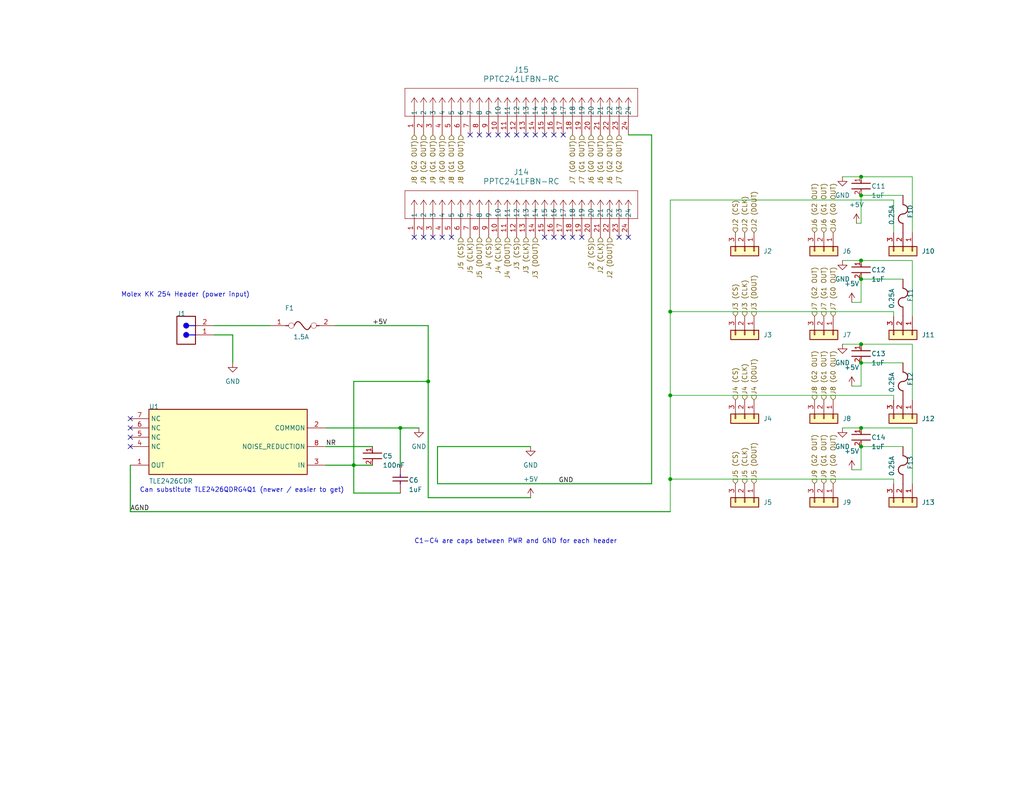
<source format=kicad_sch>
(kicad_sch (version 20230121) (generator eeschema)
  (paper "A")
  (lib_symbols
    (symbol "Connector_Generic:Conn_01x03" (pin_names (offset 1.016) hide)
      (property "Reference" "J" (at 0 5.08 0))
      (property "Value" "Conn_01x03" (at 0 -5.08 0))
      (symbol "Conn_01x03_1_1"
        (rectangle (start -1.27 -2.413) (end 0 -2.667) (stroke (width 0.1524)))
        (rectangle (start -1.27 0.127) (end 0 -0.127) (stroke (width 0.1524)))
        (rectangle (start -1.27 2.667) (end 0 2.413) (stroke (width 0.1524)))
        (rectangle (start -1.27 3.81) (end 1.27 -3.81) (stroke (width 0.254)) (fill (type background)))
        (pin passive line (at -5.08 2.54 0) (length 3.81) (name "Pin_1") (number "1"))
        (pin passive line (at -5.08 0 0) (length 3.81) (name "Pin_2") (number "2"))
        (pin passive line (at -5.08 -2.54 0) (length 3.81) (name "Pin_3") (number "3"))
      )
    )
    (symbol "DistBoard-altium-import:root_0_02cd4be3c70576c341d710602a673aa"
      (symbol "root_0_02cd4be3c70576c341d710602a673aa_1_0"
        (polyline (pts (xy 0 -3.556) (xy 0 -3.81)) (stroke (width 0.254)))
        (polyline (pts (xy 0 -1.778) (xy 0 -1.016)) (stroke (width 0.254)))
        (polyline (pts (xy 2.54 -3.302) (xy -2.54 -3.302)) (stroke (width 0.254)))
        (polyline (pts (xy 2.54 -1.778) (xy -2.54 -1.778)) (stroke (width 0.254)))
        (pin passive line (at 0 0 270) (length 1.778) (name "1") (number "1"))
        (pin passive line (at 0 -5.08 90) (length 1.524) (name "2") (number "2"))
      )
    )
    (symbol "DistBoard-altium-import:root_0_5bcf9b9f640e542cf0359d10258e979"
      (symbol "root_0_5bcf9b9f640e542cf0359d10258e979_1_0"
        (polyline (pts (xy 5.08 0) (xy 4.318 0)) (stroke (width 0.254)))
        (polyline (pts (xy 12.7 0) (xy 13.462 0)) (stroke (width 0.254)))
        (circle (center 5.842 0) (radius 0.762) (stroke (width 0.0001)))
        (bezier (pts (xy 6.604 0) (xy 8.382 3.81) (xy 9.398 -3.81) (xy 11.176 0)) (stroke (width 0.254)))
        (circle (center 11.938 0) (radius 0.762) (stroke (width 0.0001)))
        (pin passive line (at 0 0 0) (length 5.08) (name "1") (number "1"))
        (pin passive line (at 17.78 0 180) (length 5.08) (name "2") (number "2"))
      )
    )
    (symbol "DistBoard-altium-import:root_0_FUSE-2"
      (symbol "root_0_FUSE-2_1_0"
        (arc (start 2.54 -2.54) (mid 1.27 -1.2755) (end 0 -2.54) (stroke (width 0.254)))
        (arc (start 2.54 -2.54) (mid 3.81 -3.8045) (end 5.08 -2.54) (stroke (width 0.254)))
        (pin passive line (at -2.54 -2.54 0) (length 2.54) (name "1") (number "1"))
        (pin passive line (at 7.62 -2.54 180) (length 2.54) (name "2") (number "2"))
      )
    )
    (symbol "DistBoard-altium-import:root_0_b4654b650e69147ec39a6b967a45e02"
      (symbol "root_0_b4654b650e69147ec39a6b967a45e02_1_0"
        (polyline (pts (xy 0 -3.556) (xy 0 -3.81)) (stroke (width 0.254)))
        (polyline (pts (xy 0 -1.778) (xy 0 -1.016)) (stroke (width 0.254)))
        (polyline (pts (xy 2.54 -3.302) (xy -2.54 -3.302)) (stroke (width 0.254)))
        (polyline (pts (xy 2.54 -1.778) (xy -2.54 -1.778)) (stroke (width 0.254)))
        (pin passive line (at 0 0 270) (length 1.778) (name "1") (number "1"))
        (pin passive line (at 0 -5.08 90) (length 1.524) (name "2") (number "2"))
      )
    )
    (symbol "DistBoard-altium-import:root_1_CAP-NP-2"
      (symbol "root_1_CAP-NP-2_1_0"
        (polyline (pts (xy -2.032 4.318) (xy 2.032 4.318)) (stroke (width 0.254)))
        (polyline (pts (xy 0 2.54) (xy 0 3.302)) (stroke (width 0.254) (color 0 0 255 1)))
        (polyline (pts (xy 0 5.08) (xy 0 4.318)) (stroke (width 0.254) (color 0 0 255 1)))
        (polyline (pts (xy 2.032 3.302) (xy -2.032 3.302)) (stroke (width 0.254)))
        (pin passive line (at 0 0 90) (length 2.54) (name "1") (number "1"))
        (pin passive line (at 0 7.62 270) (length 2.54) (name "2") (number "2"))
      )
    )
    (symbol "DistBoard-altium-import:root_2_6a05ed44ac4318f8a6b310f721958da"
      (symbol "root_2_6a05ed44ac4318f8a6b310f721958da_1_0"
        (rectangle (start -5.08 15.24) (end -48.26 -2.54) (stroke (width 0.254)) (fill (type background)))
        (pin output line (at -53.34 0 0) (length 5.08) (name "OUT") (number "1"))
        (pin input line (at 0 10.16 180) (length 5.08) (name "COMMON") (number "2"))
        (pin input line (at 0 0 180) (length 5.08) (name "IN") (number "3"))
        (pin passive line (at -53.34 5.08 0) (length 5.08) (name "NC") (number "4"))
        (pin passive line (at -53.34 7.62 0) (length 5.08) (name "NC") (number "5"))
        (pin passive line (at -53.34 10.16 0) (length 5.08) (name "NC") (number "6"))
        (pin passive line (at -53.34 12.7 0) (length 5.08) (name "NC") (number "7"))
        (pin passive line (at 0 5.08 180) (length 5.08) (name "NOISE_REDUCTION") (number "8"))
      )
    )
    (symbol "DistBoard-altium-import:root_2_CN-1P-M-R2"
      (symbol "root_2_CN-1P-M-R2_1_0"
        (circle (center -2.54 2.54) (radius 0.762) (stroke (width 0.0001)) (fill (type color) (color 0 0 255 1)))
        (circle (center -2.54 5.08) (radius 0.762) (stroke (width 0.0001)) (fill (type color) (color 0 0 255 1)))
        (polyline (pts (xy 0 2.54) (xy -1.778 2.54)) (stroke (width 0.254) (color 0 0 255 1)))
        (polyline (pts (xy 0 5.08) (xy -1.778 5.08)) (stroke (width 0.254) (color 0 0 255 1)))
        (rectangle (start 0 7.62) (end -5.08 0) (stroke (width 0.254)))
        (pin passive line (at 5.08 2.54 180) (length 5.08) (name "1") (number "1"))
        (pin passive line (at 5.08 5.08 180) (length 5.08) (name "2") (number "2"))
      )
    )
    (symbol "SWLib (24pin header):PPTC241LFBN-RC" (pin_names (offset 0.254))
      (property "Reference" "J" (at 8.89 6.35 0))
      (property "Value" "PPTC241LFBN-RC" (at 0 0 0))
      (symbol "PPTC241LFBN-RC_1_1"
        (polyline (pts (xy 5.08 -60.96) (xy 12.7 -60.96)) (stroke (width 0.127)))
        (polyline (pts (xy 5.08 2.54) (xy 5.08 -60.96)) (stroke (width 0.127)))
        (polyline (pts (xy 10.16 -58.42) (xy 5.08 -58.42)) (stroke (width 0.127)))
        (polyline (pts (xy 10.16 -58.42) (xy 8.89 -59.2667)) (stroke (width 0.127)))
        (polyline (pts (xy 10.16 -58.42) (xy 8.89 -57.5733)) (stroke (width 0.127)))
        (polyline (pts (xy 10.16 -55.88) (xy 5.08 -55.88)) (stroke (width 0.127)))
        (polyline (pts (xy 10.16 -55.88) (xy 8.89 -56.7267)) (stroke (width 0.127)))
        (polyline (pts (xy 10.16 -55.88) (xy 8.89 -55.0333)) (stroke (width 0.127)))
        (polyline (pts (xy 10.16 -53.34) (xy 5.08 -53.34)) (stroke (width 0.127)))
        (polyline (pts (xy 10.16 -53.34) (xy 8.89 -54.1867)) (stroke (width 0.127)))
        (polyline (pts (xy 10.16 -53.34) (xy 8.89 -52.4933)) (stroke (width 0.127)))
        (polyline (pts (xy 10.16 -50.8) (xy 5.08 -50.8)) (stroke (width 0.127)))
        (polyline (pts (xy 10.16 -50.8) (xy 8.89 -51.6467)) (stroke (width 0.127)))
        (polyline (pts (xy 10.16 -50.8) (xy 8.89 -49.9533)) (stroke (width 0.127)))
        (polyline (pts (xy 10.16 -48.26) (xy 5.08 -48.26)) (stroke (width 0.127)))
        (polyline (pts (xy 10.16 -48.26) (xy 8.89 -49.1067)) (stroke (width 0.127)))
        (polyline (pts (xy 10.16 -48.26) (xy 8.89 -47.4133)) (stroke (width 0.127)))
        (polyline (pts (xy 10.16 -45.72) (xy 5.08 -45.72)) (stroke (width 0.127)))
        (polyline (pts (xy 10.16 -45.72) (xy 8.89 -46.5667)) (stroke (width 0.127)))
        (polyline (pts (xy 10.16 -45.72) (xy 8.89 -44.8733)) (stroke (width 0.127)))
        (polyline (pts (xy 10.16 -43.18) (xy 5.08 -43.18)) (stroke (width 0.127)))
        (polyline (pts (xy 10.16 -43.18) (xy 8.89 -44.0267)) (stroke (width 0.127)))
        (polyline (pts (xy 10.16 -43.18) (xy 8.89 -42.3333)) (stroke (width 0.127)))
        (polyline (pts (xy 10.16 -40.64) (xy 5.08 -40.64)) (stroke (width 0.127)))
        (polyline (pts (xy 10.16 -40.64) (xy 8.89 -41.4867)) (stroke (width 0.127)))
        (polyline (pts (xy 10.16 -40.64) (xy 8.89 -39.7933)) (stroke (width 0.127)))
        (polyline (pts (xy 10.16 -38.1) (xy 5.08 -38.1)) (stroke (width 0.127)))
        (polyline (pts (xy 10.16 -38.1) (xy 8.89 -38.9467)) (stroke (width 0.127)))
        (polyline (pts (xy 10.16 -38.1) (xy 8.89 -37.2533)) (stroke (width 0.127)))
        (polyline (pts (xy 10.16 -35.56) (xy 5.08 -35.56)) (stroke (width 0.127)))
        (polyline (pts (xy 10.16 -35.56) (xy 8.89 -36.4067)) (stroke (width 0.127)))
        (polyline (pts (xy 10.16 -35.56) (xy 8.89 -34.7133)) (stroke (width 0.127)))
        (polyline (pts (xy 10.16 -33.02) (xy 5.08 -33.02)) (stroke (width 0.127)))
        (polyline (pts (xy 10.16 -33.02) (xy 8.89 -33.8667)) (stroke (width 0.127)))
        (polyline (pts (xy 10.16 -33.02) (xy 8.89 -32.1733)) (stroke (width 0.127)))
        (polyline (pts (xy 10.16 -30.48) (xy 5.08 -30.48)) (stroke (width 0.127)))
        (polyline (pts (xy 10.16 -30.48) (xy 8.89 -31.3267)) (stroke (width 0.127)))
        (polyline (pts (xy 10.16 -30.48) (xy 8.89 -29.6333)) (stroke (width 0.127)))
        (polyline (pts (xy 10.16 -27.94) (xy 5.08 -27.94)) (stroke (width 0.127)))
        (polyline (pts (xy 10.16 -27.94) (xy 8.89 -28.7867)) (stroke (width 0.127)))
        (polyline (pts (xy 10.16 -27.94) (xy 8.89 -27.0933)) (stroke (width 0.127)))
        (polyline (pts (xy 10.16 -25.4) (xy 5.08 -25.4)) (stroke (width 0.127)))
        (polyline (pts (xy 10.16 -25.4) (xy 8.89 -26.2467)) (stroke (width 0.127)))
        (polyline (pts (xy 10.16 -25.4) (xy 8.89 -24.5533)) (stroke (width 0.127)))
        (polyline (pts (xy 10.16 -22.86) (xy 5.08 -22.86)) (stroke (width 0.127)))
        (polyline (pts (xy 10.16 -22.86) (xy 8.89 -23.7067)) (stroke (width 0.127)))
        (polyline (pts (xy 10.16 -22.86) (xy 8.89 -22.0133)) (stroke (width 0.127)))
        (polyline (pts (xy 10.16 -20.32) (xy 5.08 -20.32)) (stroke (width 0.127)))
        (polyline (pts (xy 10.16 -20.32) (xy 8.89 -21.1667)) (stroke (width 0.127)))
        (polyline (pts (xy 10.16 -20.32) (xy 8.89 -19.4733)) (stroke (width 0.127)))
        (polyline (pts (xy 10.16 -17.78) (xy 5.08 -17.78)) (stroke (width 0.127)))
        (polyline (pts (xy 10.16 -17.78) (xy 8.89 -18.6267)) (stroke (width 0.127)))
        (polyline (pts (xy 10.16 -17.78) (xy 8.89 -16.9333)) (stroke (width 0.127)))
        (polyline (pts (xy 10.16 -15.24) (xy 5.08 -15.24)) (stroke (width 0.127)))
        (polyline (pts (xy 10.16 -15.24) (xy 8.89 -16.0867)) (stroke (width 0.127)))
        (polyline (pts (xy 10.16 -15.24) (xy 8.89 -14.3933)) (stroke (width 0.127)))
        (polyline (pts (xy 10.16 -12.7) (xy 5.08 -12.7)) (stroke (width 0.127)))
        (polyline (pts (xy 10.16 -12.7) (xy 8.89 -13.5467)) (stroke (width 0.127)))
        (polyline (pts (xy 10.16 -12.7) (xy 8.89 -11.8533)) (stroke (width 0.127)))
        (polyline (pts (xy 10.16 -10.16) (xy 5.08 -10.16)) (stroke (width 0.127)))
        (polyline (pts (xy 10.16 -10.16) (xy 8.89 -11.0067)) (stroke (width 0.127)))
        (polyline (pts (xy 10.16 -10.16) (xy 8.89 -9.3133)) (stroke (width 0.127)))
        (polyline (pts (xy 10.16 -7.62) (xy 5.08 -7.62)) (stroke (width 0.127)))
        (polyline (pts (xy 10.16 -7.62) (xy 8.89 -8.4667)) (stroke (width 0.127)))
        (polyline (pts (xy 10.16 -7.62) (xy 8.89 -6.7733)) (stroke (width 0.127)))
        (polyline (pts (xy 10.16 -5.08) (xy 5.08 -5.08)) (stroke (width 0.127)))
        (polyline (pts (xy 10.16 -5.08) (xy 8.89 -5.9267)) (stroke (width 0.127)))
        (polyline (pts (xy 10.16 -5.08) (xy 8.89 -4.2333)) (stroke (width 0.127)))
        (polyline (pts (xy 10.16 -2.54) (xy 5.08 -2.54)) (stroke (width 0.127)))
        (polyline (pts (xy 10.16 -2.54) (xy 8.89 -3.3867)) (stroke (width 0.127)))
        (polyline (pts (xy 10.16 -2.54) (xy 8.89 -1.6933)) (stroke (width 0.127)))
        (polyline (pts (xy 10.16 0) (xy 5.08 0)) (stroke (width 0.127)))
        (polyline (pts (xy 10.16 0) (xy 8.89 -0.8467)) (stroke (width 0.127)))
        (polyline (pts (xy 10.16 0) (xy 8.89 0.8467)) (stroke (width 0.127)))
        (polyline (pts (xy 12.7 -60.96) (xy 12.7 2.54)) (stroke (width 0.127)))
        (polyline (pts (xy 12.7 2.54) (xy 5.08 2.54)) (stroke (width 0.127)))
        (pin unspecified line (at 0 0 0) (length 5.08) (name "1") (number "1"))
        (pin unspecified line (at 0 -22.86 0) (length 5.08) (name "10") (number "10"))
        (pin unspecified line (at 0 -25.4 0) (length 5.08) (name "11") (number "11"))
        (pin unspecified line (at 0 -27.94 0) (length 5.08) (name "12") (number "12"))
        (pin unspecified line (at 0 -30.48 0) (length 5.08) (name "13") (number "13"))
        (pin unspecified line (at 0 -33.02 0) (length 5.08) (name "14") (number "14"))
        (pin unspecified line (at 0 -35.56 0) (length 5.08) (name "15") (number "15"))
        (pin unspecified line (at 0 -38.1 0) (length 5.08) (name "16") (number "16"))
        (pin unspecified line (at 0 -40.64 0) (length 5.08) (name "17") (number "17"))
        (pin unspecified line (at 0 -43.18 0) (length 5.08) (name "18") (number "18"))
        (pin unspecified line (at 0 -45.72 0) (length 5.08) (name "19") (number "19"))
        (pin unspecified line (at 0 -2.54 0) (length 5.08) (name "2") (number "2"))
        (pin unspecified line (at 0 -48.26 0) (length 5.08) (name "20") (number "20"))
        (pin unspecified line (at 0 -50.8 0) (length 5.08) (name "21") (number "21"))
        (pin unspecified line (at 0 -53.34 0) (length 5.08) (name "22") (number "22"))
        (pin unspecified line (at 0 -55.88 0) (length 5.08) (name "23") (number "23"))
        (pin unspecified line (at 0 -58.42 0) (length 5.08) (name "24") (number "24"))
        (pin unspecified line (at 0 -5.08 0) (length 5.08) (name "3") (number "3"))
        (pin unspecified line (at 0 -7.62 0) (length 5.08) (name "4") (number "4"))
        (pin unspecified line (at 0 -10.16 0) (length 5.08) (name "5") (number "5"))
        (pin unspecified line (at 0 -12.7 0) (length 5.08) (name "6") (number "6"))
        (pin unspecified line (at 0 -15.24 0) (length 5.08) (name "7") (number "7"))
        (pin unspecified line (at 0 -17.78 0) (length 5.08) (name "8") (number "8"))
        (pin unspecified line (at 0 -20.32 0) (length 5.08) (name "9") (number "9"))
      )
      (symbol "PPTC241LFBN-RC_1_2"
        (polyline (pts (xy 5.08 -60.96) (xy 12.7 -60.96)) (stroke (width 0.127)))
        (polyline (pts (xy 5.08 2.54) (xy 5.08 -60.96)) (stroke (width 0.127)))
        (polyline (pts (xy 7.62 -58.42) (xy 5.08 -58.42)) (stroke (width 0.127)))
        (polyline (pts (xy 7.62 -58.42) (xy 8.89 -59.2667)) (stroke (width 0.127)))
        (polyline (pts (xy 7.62 -58.42) (xy 8.89 -57.5733)) (stroke (width 0.127)))
        (polyline (pts (xy 7.62 -55.88) (xy 5.08 -55.88)) (stroke (width 0.127)))
        (polyline (pts (xy 7.62 -55.88) (xy 8.89 -56.7267)) (stroke (width 0.127)))
        (polyline (pts (xy 7.62 -55.88) (xy 8.89 -55.0333)) (stroke (width 0.127)))
        (polyline (pts (xy 7.62 -53.34) (xy 5.08 -53.34)) (stroke (width 0.127)))
        (polyline (pts (xy 7.62 -53.34) (xy 8.89 -54.1867)) (stroke (width 0.127)))
        (polyline (pts (xy 7.62 -53.34) (xy 8.89 -52.4933)) (stroke (width 0.127)))
        (polyline (pts (xy 7.62 -50.8) (xy 5.08 -50.8)) (stroke (width 0.127)))
        (polyline (pts (xy 7.62 -50.8) (xy 8.89 -51.6467)) (stroke (width 0.127)))
        (polyline (pts (xy 7.62 -50.8) (xy 8.89 -49.9533)) (stroke (width 0.127)))
        (polyline (pts (xy 7.62 -48.26) (xy 5.08 -48.26)) (stroke (width 0.127)))
        (polyline (pts (xy 7.62 -48.26) (xy 8.89 -49.1067)) (stroke (width 0.127)))
        (polyline (pts (xy 7.62 -48.26) (xy 8.89 -47.4133)) (stroke (width 0.127)))
        (polyline (pts (xy 7.62 -45.72) (xy 5.08 -45.72)) (stroke (width 0.127)))
        (polyline (pts (xy 7.62 -45.72) (xy 8.89 -46.5667)) (stroke (width 0.127)))
        (polyline (pts (xy 7.62 -45.72) (xy 8.89 -44.8733)) (stroke (width 0.127)))
        (polyline (pts (xy 7.62 -43.18) (xy 5.08 -43.18)) (stroke (width 0.127)))
        (polyline (pts (xy 7.62 -43.18) (xy 8.89 -44.0267)) (stroke (width 0.127)))
        (polyline (pts (xy 7.62 -43.18) (xy 8.89 -42.3333)) (stroke (width 0.127)))
        (polyline (pts (xy 7.62 -40.64) (xy 5.08 -40.64)) (stroke (width 0.127)))
        (polyline (pts (xy 7.62 -40.64) (xy 8.89 -41.4867)) (stroke (width 0.127)))
        (polyline (pts (xy 7.62 -40.64) (xy 8.89 -39.7933)) (stroke (width 0.127)))
        (polyline (pts (xy 7.62 -38.1) (xy 5.08 -38.1)) (stroke (width 0.127)))
        (polyline (pts (xy 7.62 -38.1) (xy 8.89 -38.9467)) (stroke (width 0.127)))
        (polyline (pts (xy 7.62 -38.1) (xy 8.89 -37.2533)) (stroke (width 0.127)))
        (polyline (pts (xy 7.62 -35.56) (xy 5.08 -35.56)) (stroke (width 0.127)))
        (polyline (pts (xy 7.62 -35.56) (xy 8.89 -36.4067)) (stroke (width 0.127)))
        (polyline (pts (xy 7.62 -35.56) (xy 8.89 -34.7133)) (stroke (width 0.127)))
        (polyline (pts (xy 7.62 -33.02) (xy 5.08 -33.02)) (stroke (width 0.127)))
        (polyline (pts (xy 7.62 -33.02) (xy 8.89 -33.8667)) (stroke (width 0.127)))
        (polyline (pts (xy 7.62 -33.02) (xy 8.89 -32.1733)) (stroke (width 0.127)))
        (polyline (pts (xy 7.62 -30.48) (xy 5.08 -30.48)) (stroke (width 0.127)))
        (polyline (pts (xy 7.62 -30.48) (xy 8.89 -31.3267)) (stroke (width 0.127)))
        (polyline (pts (xy 7.62 -30.48) (xy 8.89 -29.6333)) (stroke (width 0.127)))
        (polyline (pts (xy 7.62 -27.94) (xy 5.08 -27.94)) (stroke (width 0.127)))
        (polyline (pts (xy 7.62 -27.94) (xy 8.89 -28.7867)) (stroke (width 0.127)))
        (polyline (pts (xy 7.62 -27.94) (xy 8.89 -27.0933)) (stroke (width 0.127)))
        (polyline (pts (xy 7.62 -25.4) (xy 5.08 -25.4)) (stroke (width 0.127)))
        (polyline (pts (xy 7.62 -25.4) (xy 8.89 -26.2467)) (stroke (width 0.127)))
        (polyline (pts (xy 7.62 -25.4) (xy 8.89 -24.5533)) (stroke (width 0.127)))
        (polyline (pts (xy 7.62 -22.86) (xy 5.08 -22.86)) (stroke (width 0.127)))
        (polyline (pts (xy 7.62 -22.86) (xy 8.89 -23.7067)) (stroke (width 0.127)))
        (polyline (pts (xy 7.62 -22.86) (xy 8.89 -22.0133)) (stroke (width 0.127)))
        (polyline (pts (xy 7.62 -20.32) (xy 5.08 -20.32)) (stroke (width 0.127)))
        (polyline (pts (xy 7.62 -20.32) (xy 8.89 -21.1667)) (stroke (width 0.127)))
        (polyline (pts (xy 7.62 -20.32) (xy 8.89 -19.4733)) (stroke (width 0.127)))
        (polyline (pts (xy 7.62 -17.78) (xy 5.08 -17.78)) (stroke (width 0.127)))
        (polyline (pts (xy 7.62 -17.78) (xy 8.89 -18.6267)) (stroke (width 0.127)))
        (polyline (pts (xy 7.62 -17.78) (xy 8.89 -16.9333)) (stroke (width 0.127)))
        (polyline (pts (xy 7.62 -15.24) (xy 5.08 -15.24)) (stroke (width 0.127)))
        (polyline (pts (xy 7.62 -15.24) (xy 8.89 -16.0867)) (stroke (width 0.127)))
        (polyline (pts (xy 7.62 -15.24) (xy 8.89 -14.3933)) (stroke (width 0.127)))
        (polyline (pts (xy 7.62 -12.7) (xy 5.08 -12.7)) (stroke (width 0.127)))
        (polyline (pts (xy 7.62 -12.7) (xy 8.89 -13.5467)) (stroke (width 0.127)))
        (polyline (pts (xy 7.62 -12.7) (xy 8.89 -11.8533)) (stroke (width 0.127)))
        (polyline (pts (xy 7.62 -10.16) (xy 5.08 -10.16)) (stroke (width 0.127)))
        (polyline (pts (xy 7.62 -10.16) (xy 8.89 -11.0067)) (stroke (width 0.127)))
        (polyline (pts (xy 7.62 -10.16) (xy 8.89 -9.3133)) (stroke (width 0.127)))
        (polyline (pts (xy 7.62 -7.62) (xy 5.08 -7.62)) (stroke (width 0.127)))
        (polyline (pts (xy 7.62 -7.62) (xy 8.89 -8.4667)) (stroke (width 0.127)))
        (polyline (pts (xy 7.62 -7.62) (xy 8.89 -6.7733)) (stroke (width 0.127)))
        (polyline (pts (xy 7.62 -5.08) (xy 5.08 -5.08)) (stroke (width 0.127)))
        (polyline (pts (xy 7.62 -5.08) (xy 8.89 -5.9267)) (stroke (width 0.127)))
        (polyline (pts (xy 7.62 -5.08) (xy 8.89 -4.2333)) (stroke (width 0.127)))
        (polyline (pts (xy 7.62 -2.54) (xy 5.08 -2.54)) (stroke (width 0.127)))
        (polyline (pts (xy 7.62 -2.54) (xy 8.89 -3.3867)) (stroke (width 0.127)))
        (polyline (pts (xy 7.62 -2.54) (xy 8.89 -1.6933)) (stroke (width 0.127)))
        (polyline (pts (xy 7.62 0) (xy 5.08 0)) (stroke (width 0.127)))
        (polyline (pts (xy 7.62 0) (xy 8.89 -0.8467)) (stroke (width 0.127)))
        (polyline (pts (xy 7.62 0) (xy 8.89 0.8467)) (stroke (width 0.127)))
        (polyline (pts (xy 12.7 -60.96) (xy 12.7 2.54)) (stroke (width 0.127)))
        (polyline (pts (xy 12.7 2.54) (xy 5.08 2.54)) (stroke (width 0.127)))
        (pin unspecified line (at 0 0 0) (length 5.08) (name "1") (number "1"))
        (pin unspecified line (at 0 -22.86 0) (length 5.08) (name "10") (number "10"))
        (pin unspecified line (at 0 -25.4 0) (length 5.08) (name "11") (number "11"))
        (pin unspecified line (at 0 -27.94 0) (length 5.08) (name "12") (number "12"))
        (pin unspecified line (at 0 -30.48 0) (length 5.08) (name "13") (number "13"))
        (pin unspecified line (at 0 -33.02 0) (length 5.08) (name "14") (number "14"))
        (pin unspecified line (at 0 -35.56 0) (length 5.08) (name "15") (number "15"))
        (pin unspecified line (at 0 -38.1 0) (length 5.08) (name "16") (number "16"))
        (pin unspecified line (at 0 -40.64 0) (length 5.08) (name "17") (number "17"))
        (pin unspecified line (at 0 -43.18 0) (length 5.08) (name "18") (number "18"))
        (pin unspecified line (at 0 -45.72 0) (length 5.08) (name "19") (number "19"))
        (pin unspecified line (at 0 -2.54 0) (length 5.08) (name "2") (number "2"))
        (pin unspecified line (at 0 -48.26 0) (length 5.08) (name "20") (number "20"))
        (pin unspecified line (at 0 -50.8 0) (length 5.08) (name "21") (number "21"))
        (pin unspecified line (at 0 -53.34 0) (length 5.08) (name "22") (number "22"))
        (pin unspecified line (at 0 -55.88 0) (length 5.08) (name "23") (number "23"))
        (pin unspecified line (at 0 -58.42 0) (length 5.08) (name "24") (number "24"))
        (pin unspecified line (at 0 -5.08 0) (length 5.08) (name "3") (number "3"))
        (pin unspecified line (at 0 -7.62 0) (length 5.08) (name "4") (number "4"))
        (pin unspecified line (at 0 -10.16 0) (length 5.08) (name "5") (number "5"))
        (pin unspecified line (at 0 -12.7 0) (length 5.08) (name "6") (number "6"))
        (pin unspecified line (at 0 -15.24 0) (length 5.08) (name "7") (number "7"))
        (pin unspecified line (at 0 -17.78 0) (length 5.08) (name "8") (number "8"))
        (pin unspecified line (at 0 -20.32 0) (length 5.08) (name "9") (number "9"))
      )
    )
    (symbol "power:+5V" (power) (pin_names (offset 0))
      (property "Value" "+5V" (at 0 3.556 0))
      (symbol "+5V_0_1"
        (polyline (pts (xy -0.762 1.27) (xy 0 2.54)))
        (polyline (pts (xy 0 0) (xy 0 2.54)))
        (polyline (pts (xy 0 2.54) (xy 0.762 1.27)))
      )
      (symbol "+5V_1_1"
        (pin power_in line (at 0 0 90) (length 0) hide (name "+5V") (number "1"))
      )
    )
    (symbol "power:GND" (power) (pin_names (offset 0))
      (property "Value" "GND" (at 0 -3.81 0))
      (symbol "GND_0_1"
        (polyline (pts (xy 0 0) (xy 0 -1.27) (xy 1.27 -1.27) (xy 0 -2.54) (xy -1.27 -1.27) (xy 0 -1.27)))
      )
      (symbol "GND_1_1"
        (pin power_in line (at 0 0 270) (length 0) hide (name "GND") (number "1"))
      )
    )
  )
  (junction (at 109.22 116.84))
  (junction (at 234.95 116.84))
  (junction (at 234.95 53.34))
  (junction (at 116.84 104.14))
  (junction (at 234.95 99.06))
  (junction (at 182.88 130.81))
  (junction (at 234.95 76.2))
  (junction (at 234.95 121.92))
  (junction (at 182.88 85.09))
  (junction (at 234.95 71.12))
  (junction (at 96.52 127))
  (junction (at 234.95 48.26))
  (junction (at 234.95 93.98))
  (junction (at 182.88 107.95))
  (no_connect (at 113.03 64.77))
  (no_connect (at 168.91 64.77))
  (no_connect (at 115.57 64.77))
  (no_connect (at 35.56 116.84))
  (no_connect (at 135.89 36.83))
  (no_connect (at 138.43 36.83))
  (no_connect (at 148.59 64.77))
  (no_connect (at 156.21 64.77))
  (no_connect (at 151.13 64.77))
  (no_connect (at 153.67 64.77))
  (no_connect (at 130.81 36.83))
  (no_connect (at 148.59 36.83))
  (no_connect (at 171.45 64.77))
  (no_connect (at 118.11 64.77))
  (no_connect (at 153.67 36.83))
  (no_connect (at 140.97 36.83))
  (no_connect (at 133.35 36.83))
  (no_connect (at 151.13 36.83))
  (no_connect (at 158.75 64.77))
  (no_connect (at 128.27 36.83))
  (no_connect (at 143.51 36.83))
  (no_connect (at 146.05 36.83))
  (no_connect (at 123.19 64.77))
  (no_connect (at 120.65 64.77))
  (no_connect (at 35.56 121.92))
  (no_connect (at 35.56 119.38))
  (no_connect (at 35.56 114.3))
  (wire (pts (xy 182.88 107.95) (xy 182.88 130.81)))
  (wire (pts (xy 35.56 127) (xy 35.56 139.7)) (stroke (width 0.254)))
  (wire (pts (xy 232.41 82.55) (xy 234.95 82.55)))
  (wire (pts (xy 248.92 48.26) (xy 234.95 48.26)))
  (wire (pts (xy 58.42 88.9) (xy 73.66 88.9)) (stroke (width 0.254)))
  (wire (pts (xy 229.87 71.12) (xy 234.95 71.12)))
  (wire (pts (xy 101.6 127) (xy 96.52 127)) (stroke (width 0.254)))
  (wire (pts (xy 243.84 107.95) (xy 182.88 107.95)))
  (wire (pts (xy 119.38 132.08) (xy 177.8 132.08)) (stroke (width 0.254)))
  (wire (pts (xy 109.22 116.84) (xy 114.3 116.84)) (stroke (width 0.254)))
  (wire (pts (xy 116.84 88.9) (xy 116.84 104.14)) (stroke (width 0.254)))
  (wire (pts (xy 232.41 105.41) (xy 234.95 105.41)))
  (wire (pts (xy 248.92 116.84) (xy 234.95 116.84)))
  (wire (pts (xy 96.52 134.62) (xy 109.22 134.62)) (stroke (width 0.254)))
  (wire (pts (xy 248.92 71.12) (xy 234.95 71.12)))
  (wire (pts (xy 96.52 127) (xy 88.9 127)) (stroke (width 0.254)))
  (wire (pts (xy 248.92 71.12) (xy 248.92 86.36)))
  (wire (pts (xy 234.95 93.98) (xy 248.92 93.98)))
  (wire (pts (xy 229.87 93.98) (xy 234.95 93.98)))
  (wire (pts (xy 229.87 116.84) (xy 234.95 116.84)))
  (wire (pts (xy 35.56 139.7) (xy 182.88 139.7)) (stroke (width 0.254)))
  (wire (pts (xy 119.38 121.92) (xy 144.78 121.92)) (stroke (width 0.254)))
  (wire (pts (xy 234.95 76.2) (xy 246.38 76.2)))
  (wire (pts (xy 234.95 53.34) (xy 246.38 53.34)))
  (wire (pts (xy 234.95 99.06) (xy 234.95 105.41)))
  (wire (pts (xy 182.88 85.09) (xy 182.88 107.95)))
  (wire (pts (xy 233.68 60.96) (xy 234.95 60.96)))
  (wire (pts (xy 88.9 121.92) (xy 101.6 121.92)) (stroke (width 0.254)))
  (wire (pts (xy 243.84 85.09) (xy 182.88 85.09)))
  (wire (pts (xy 182.88 130.81) (xy 182.88 139.7)))
  (wire (pts (xy 182.88 54.61) (xy 182.88 85.09)))
  (wire (pts (xy 232.41 128.27) (xy 234.95 128.27)))
  (wire (pts (xy 248.92 93.98) (xy 248.92 109.22)))
  (wire (pts (xy 116.84 104.14) (xy 96.52 104.14)) (stroke (width 0.254)))
  (wire (pts (xy 91.44 88.9) (xy 116.84 88.9)) (stroke (width 0.254)))
  (wire (pts (xy 96.52 127) (xy 96.52 134.62)) (stroke (width 0.254)))
  (wire (pts (xy 88.9 116.84) (xy 109.22 116.84)) (stroke (width 0.254)))
  (wire (pts (xy 243.84 132.08) (xy 243.84 130.81)))
  (wire (pts (xy 116.84 104.14) (xy 116.84 135.89)) (stroke (width 0.254)))
  (wire (pts (xy 234.95 121.92) (xy 234.95 128.27)))
  (wire (pts (xy 63.5 91.44) (xy 63.5 99.06)) (stroke (width 0.254)))
  (wire (pts (xy 243.84 86.36) (xy 243.84 85.09)))
  (wire (pts (xy 177.8 36.83) (xy 177.8 132.08)) (stroke (width 0.254)))
  (wire (pts (xy 248.92 116.84) (xy 248.92 132.08)))
  (wire (pts (xy 243.84 109.22) (xy 243.84 107.95)))
  (wire (pts (xy 243.84 54.61) (xy 243.84 63.5)))
  (wire (pts (xy 171.45 36.83) (xy 177.8 36.83)) (stroke (width 0.254)))
  (wire (pts (xy 248.92 48.26) (xy 248.92 63.5)))
  (wire (pts (xy 234.95 53.34) (xy 234.95 60.96)))
  (wire (pts (xy 116.84 135.89) (xy 144.78 135.89)) (stroke (width 0.254)))
  (wire (pts (xy 229.87 48.26) (xy 234.95 48.26)))
  (wire (pts (xy 234.95 76.2) (xy 234.95 82.55)))
  (wire (pts (xy 234.95 99.06) (xy 246.38 99.06)))
  (wire (pts (xy 119.38 132.08) (xy 119.38 121.92)) (stroke (width 0.254)))
  (wire (pts (xy 243.84 54.61) (xy 182.88 54.61)))
  (wire (pts (xy 109.22 116.84) (xy 109.22 127)) (stroke (width 0.254)))
  (wire (pts (xy 182.88 130.81) (xy 243.84 130.81)))
  (wire (pts (xy 234.95 121.92) (xy 246.38 121.92)))
  (wire (pts (xy 58.42 91.44) (xy 63.5 91.44)) (stroke (width 0.254)))
  (wire (pts (xy 96.52 104.14) (xy 96.52 127)) (stroke (width 0.254)))
  (text "C1-C4 are caps between PWR and GND for each header" (at 113.03 148.59 0) (effects (font (size 1.27 1.27)) (justify left bottom)))
  (text "Can substitute TLE2426QDRG4Q1 (newer / easier to get)" (at 38.1 134.62 0) (effects (font (size 1.27 1.27)) (justify left bottom)))
  (text "Molex KK 254 Header (power input)" (at 33.02 81.28 0) (effects (font (size 1.27 1.27)) (justify left bottom)))
  (label "NR" (at 88.9 121.92 0))
  (label "AGND" (at 35.56 139.7 0))
  (label "GND" (at 152.4 132.08 0))
  (label "+5V" (at 101.6 88.9 0))
  (hierarchical_label "J2 (CS)" (shape input) (at 161.29 64.77 270))
  (hierarchical_label "J7 (G2 OUT)" (shape input) (at 168.91 36.83 270))
  (hierarchical_label "J6 (G1 OUT)" (shape input) (at 224.79 63.5 90))
  (hierarchical_label "J6 (G0 OUT)" (shape input) (at 227.33 63.5 90))
  (hierarchical_label "J6 (G1 OUT)" (shape input) (at 163.83 36.83 270))
  (hierarchical_label "J8 (G1 OUT)" (shape input) (at 224.79 109.22 90))
  (hierarchical_label "J5 (CS)" (shape input) (at 200.66 132.08 90))
  (hierarchical_label "J9 (G2 OUT)" (shape input) (at 115.57 36.83 270))
  (hierarchical_label "J2 (CLK)" (shape input) (at 203.2 63.5 90))
  (hierarchical_label "J7 (G2 OUT)" (shape input) (at 222.25 86.36 90))
  (hierarchical_label "J9 (G0 OUT)" (shape input) (at 120.65 36.83 270))
  (hierarchical_label "J7 (G1 OUT)" (shape input) (at 158.75 36.83 270))
  (hierarchical_label "J4 (DOUT)" (shape input) (at 205.74 109.22 90))
  (hierarchical_label "J4 (CLK)" (shape input) (at 203.2 109.22 90))
  (hierarchical_label "J3 (CS)" (shape input) (at 140.97 64.77 270))
  (hierarchical_label "J4 (DOUT)" (shape input) (at 138.43 64.77 270))
  (hierarchical_label "J3 (CLK)" (shape input) (at 203.2 86.36 90))
  (hierarchical_label "J5 (DOUT)" (shape input) (at 130.81 64.77 270))
  (hierarchical_label "J2 (DOUT)" (shape input) (at 205.74 63.5 90))
  (hierarchical_label "J8 (G2 OUT)" (shape input) (at 113.03 36.83 270))
  (hierarchical_label "J5 (CLK)" (shape input) (at 203.2 132.08 90))
  (hierarchical_label "J2 (DOUT)" (shape input) (at 166.37 64.77 270))
  (hierarchical_label "J7 (G0 OUT)" (shape input) (at 156.21 36.83 270))
  (hierarchical_label "J2 (CS)" (shape input) (at 200.66 63.5 90))
  (hierarchical_label "J3 (DOUT)" (shape input) (at 146.05 64.77 270))
  (hierarchical_label "J9 (G0 OUT)" (shape input) (at 227.33 132.08 90))
  (hierarchical_label "J5 (CS)" (shape input) (at 125.73 64.77 270))
  (hierarchical_label "J3 (CLK)" (shape input) (at 143.51 64.77 270))
  (hierarchical_label "J4 (CLK)" (shape input) (at 135.89 64.77 270))
  (hierarchical_label "J8 (G2 OUT)" (shape input) (at 222.25 109.22 90))
  (hierarchical_label "J5 (CLK)" (shape input) (at 128.27 64.77 270))
  (hierarchical_label "J3 (DOUT)" (shape input) (at 205.74 86.36 90))
  (hierarchical_label "J6 (G2 OUT)" (shape input) (at 222.25 63.5 90))
  (hierarchical_label "J8 (G0 OUT)" (shape input) (at 125.73 36.83 270))
  (hierarchical_label "J9 (G1 OUT)" (shape input) (at 118.11 36.83 270))
  (hierarchical_label "J9 (G1 OUT)" (shape input) (at 224.79 132.08 90))
  (hierarchical_label "J8 (G1 OUT)" (shape input) (at 123.19 36.83 270))
  (hierarchical_label "J4 (CS)" (shape input) (at 200.66 109.22 90))
  (hierarchical_label "J5 (DOUT)" (shape input) (at 205.74 132.08 90))
  (hierarchical_label "J9 (G2 OUT)" (shape input) (at 222.25 132.08 90))
  (hierarchical_label "J7 (G1 OUT)" (shape input) (at 224.79 86.36 90))
  (hierarchical_label "J3 (CS)" (shape input) (at 200.66 86.36 90))
  (hierarchical_label "J6 (G2 OUT)" (shape input) (at 166.37 36.83 270))
  (hierarchical_label "J4 (CS)" (shape input) (at 133.35 64.77 270))
  (hierarchical_label "J7 (G0 OUT)" (shape input) (at 227.33 86.36 90))
  (hierarchical_label "J8 (G0 OUT)" (shape input) (at 227.33 109.22 90))
  (hierarchical_label "J2 (CLK)" (shape input) (at 163.83 64.77 270))
  (hierarchical_label "J6 (G0 OUT)" (shape input) (at 161.29 36.83 270))
  (symbol (lib_id "DistBoard-altium-import:root_2_6a05ed44ac4318f8a6b310f721958da") (at 88.9 127 0) (unit 1)
    (property "Reference" "U1" (at 40.64 111.76 0) (effects (justify left bottom)))
    (property "Value" "TLE2426CDR" (at 40.64 132.08 0) (effects (justify left bottom)))
    (property "Footprint" "AltiumImport:FP-D0008A-IPC_B" (effects hide))
    (property "Part Number" "TLE2426CDR" (effects hide))
  )
  (symbol (lib_id "power:+5V") (at 144.78 135.89 0) (unit 1)
    (property "Reference" "#PWR012" (effects hide))
    (property "Value" "+5V" (at 144.78 130.81 0))
  )
  (symbol (lib_id "DistBoard-altium-import:root_0_02cd4be3c70576c341d710602a673aa") (at 234.95 71.12 0) (unit 1)
    (property "Reference" "C12" (at 237.744 74.422 0) (effects (justify left bottom)))
    (property "Value" "1uF" (at 237.744 76.962 0) (effects (justify left bottom)))
    (property "Footprint" "Capacitor_SMD:C_0805_2012Metric_Pad1.18x1.45mm_HandSolder" (effects hide))
    (property "Part Number" "GCJ21BR71H105KA01L" (effects hide))
  )
  (symbol (lib_id "DistBoard-altium-import:root_1_CAP-NP-2") (at 109.22 134.62 0) (unit 1)
    (property "Reference" "C6" (at 111.506 131.826 0) (effects (justify left bottom)))
    (property "Value" "1uF" (at 111.506 134.366 0) (effects (justify left bottom)))
    (property "Footprint" "Capacitor_SMD:C_1206_3216Metric_Pad1.33x1.80mm_HandSolder" (effects hide))
    (property "Part Number" "C1206C105K5RACTU" (effects hide))
  )
  (symbol (lib_id "power:GND") (at 229.87 93.98 0) (unit 1)
    (property "Reference" "#PWR02" (effects hide))
    (property "Value" "GND" (at 229.87 99.06 0))
  )
  (symbol (lib_id "power:GND") (at 229.87 116.84 0) (unit 1)
    (property "Reference" "#PWR04" (effects hide))
    (property "Value" "GND" (at 229.87 121.92 0))
  )
  (symbol (lib_id "power:GND") (at 229.87 48.26 0) (unit 1)
    (property "Reference" "#PWR08" (effects hide))
    (property "Value" "GND" (at 229.87 53.34 0))
  )
  (symbol (lib_id "Connector_Generic:Conn_01x03") (at 203.2 91.44 270) (unit 1)
    (property "Reference" "J3" (at 208.28 91.44 90) (effects (justify left)))
    (property "Value" "Conn_01x03" (effects hide))
    (property "Footprint" "Connector_PinSocket_2.54mm:PinSocket_1x03_P2.54mm_Vertical" (effects hide))
  )
  (symbol (lib_id "Connector_Generic:Conn_01x03") (at 203.2 137.16 270) (unit 1)
    (property "Reference" "J5" (at 208.28 137.16 90) (effects (justify left)))
    (property "Value" "Conn_01x03" (effects hide))
    (property "Footprint" "Connector_PinSocket_2.54mm:PinSocket_1x03_P2.54mm_Vertical" (effects hide))
  )
  (symbol (lib_id "DistBoard-altium-import:root_0_b4654b650e69147ec39a6b967a45e02") (at 101.6 121.92 0) (unit 1)
    (property "Reference" "C5" (at 104.394 125.222 0) (effects (justify left bottom)))
    (property "Value" "100nF" (at 104.394 127.762 0) (effects (justify left bottom)))
    (property "Footprint" "Capacitor_SMD:C_0805_2012Metric_Pad1.18x1.45mm_HandSolder" (effects hide))
    (property "Part Number" "GCD21BR71H104KA01L" (effects hide))
  )
  (symbol (lib_id "power:+5V") (at 232.41 82.55 0) (unit 1)
    (property "Reference" "#PWR010" (effects hide))
    (property "Value" "+5V" (at 232.41 77.47 0))
  )
  (symbol (lib_id "DistBoard-altium-import:root_0_02cd4be3c70576c341d710602a673aa") (at 234.95 116.84 0) (unit 1)
    (property "Reference" "C14" (at 237.744 120.142 0) (effects (justify left bottom)))
    (property "Value" "1uF" (at 237.744 122.682 0) (effects (justify left bottom)))
    (property "Footprint" "Capacitor_SMD:C_0805_2012Metric_Pad1.18x1.45mm_HandSolder" (effects hide))
    (property "Part Number" "GCJ21BR71H105KA01L" (effects hide))
  )
  (symbol (lib_id "DistBoard-altium-import:root_0_FUSE-2") (at 248.92 101.6 270) (unit 1)
    (property "Reference" "F12" (at 247.65 101.6 0) (effects (justify left bottom)))
    (property "Value" "0.25A" (at 242.57 101.6 0) (effects (justify left bottom)))
    (property "Footprint" "AltiumImport:LFUS-459_V" (effects hide))
    (property "Part Number" "0459.250UR" (effects hide))
  )
  (symbol (lib_id "SWLib (24pin header):PPTC241LFBN-RC") (at 113.03 64.77 90) (unit 1)
    (property "Reference" "J14" (at 142.24 46.99 90) (effects (font (size 1.524 1.524))))
    (property "Value" "PPTC241LFBN-RC" (at 142.24 49.53 90) (effects (font (size 1.524 1.524))))
    (property "Footprint" "CONN24_PPTC241LFBN-RC_SUL" (effects hide))
    (property "Datasheet" "PPTC241LFBN-RC" (effects hide))
  )
  (symbol (lib_id "power:GND") (at 144.78 121.92 0) (unit 1)
    (property "Reference" "#PWR07" (effects hide))
    (property "Value" "GND" (at 144.78 127 0))
  )
  (symbol (lib_id "DistBoard-altium-import:root_2_CN-1P-M-R2") (at 53.34 93.98 0) (unit 1)
    (property "Reference" "J1" (at 48.26 86.36 0) (effects (justify left bottom)))
    (property "Value" "22-27-2021" (effects hide))
    (property "Footprint" "AltiumImport:MOLX-22-27-2021_V" (effects hide))
    (property "Part Number" "22-27-2021" (effects hide))
  )
  (symbol (lib_id "Connector_Generic:Conn_01x03") (at 203.2 68.58 270) (unit 1)
    (property "Reference" "J2" (at 208.28 68.58 90) (effects (justify left)))
    (property "Value" "Conn_01x03" (effects hide))
    (property "Footprint" "Connector_PinSocket_2.54mm:PinSocket_1x03_P2.54mm_Vertical" (effects hide))
  )
  (symbol (lib_id "Connector_Generic:Conn_01x03") (at 246.38 68.58 270) (unit 1)
    (property "Reference" "J10" (at 251.46 68.58 90) (effects (justify left)))
    (property "Value" "Conn_01x03" (effects hide))
    (property "Footprint" "Connector_PinSocket_2.54mm:PinSocket_1x03_P2.54mm_Vertical" (effects hide))
  )
  (symbol (lib_id "power:+5V") (at 233.68 60.96 0) (unit 1)
    (property "Reference" "#PWR011" (effects hide))
    (property "Value" "+5V" (at 233.68 55.88 0))
  )
  (symbol (lib_id "Connector_Generic:Conn_01x03") (at 246.38 114.3 270) (unit 1)
    (property "Reference" "J12" (at 251.46 114.3 90) (effects (justify left)))
    (property "Value" "Conn_01x03" (effects hide))
    (property "Footprint" "Connector_PinSocket_2.54mm:PinSocket_1x03_P2.54mm_Vertical" (effects hide))
  )
  (symbol (lib_id "Connector_Generic:Conn_01x03") (at 246.38 91.44 270) (unit 1)
    (property "Reference" "J11" (at 251.46 91.44 90) (effects (justify left)))
    (property "Value" "Conn_01x03" (effects hide))
    (property "Footprint" "Connector_PinSocket_2.54mm:PinSocket_1x03_P2.54mm_Vertical" (effects hide))
  )
  (symbol (lib_id "power:+5V") (at 232.41 128.27 0) (unit 1)
    (property "Reference" "#PWR01" (effects hide))
    (property "Value" "+5V" (at 232.41 123.19 0))
  )
  (symbol (lib_id "DistBoard-altium-import:root_0_FUSE-2") (at 248.92 55.88 270) (unit 1)
    (property "Reference" "F10" (at 247.65 55.88 0) (effects (justify left bottom)))
    (property "Value" "0.25A" (at 242.57 55.88 0) (effects (justify left bottom)))
    (property "Footprint" "AltiumImport:LFUS-459_V" (effects hide))
    (property "Part Number" "0459.250UR" (effects hide))
  )
  (symbol (lib_id "SWLib (24pin header):PPTC241LFBN-RC") (at 113.03 36.83 90) (unit 1)
    (property "Reference" "J15" (at 142.24 19.05 90) (effects (font (size 1.524 1.524))))
    (property "Value" "PPTC241LFBN-RC" (at 142.24 21.59 90) (effects (font (size 1.524 1.524))))
    (property "Footprint" "CONN24_PPTC241LFBN-RC_SUL" (effects hide))
    (property "Datasheet" "PPTC241LFBN-RC" (effects hide))
  )
  (symbol (lib_id "Connector_Generic:Conn_01x03") (at 224.79 114.3 270) (unit 1)
    (property "Reference" "J8" (at 229.87 114.3 90) (effects (justify left)))
    (property "Value" "Conn_01x03" (effects hide))
    (property "Footprint" "Connector_PinSocket_2.54mm:PinSocket_1x03_P2.54mm_Vertical" (effects hide))
  )
  (symbol (lib_id "power:GND") (at 114.3 116.84 0) (unit 1)
    (property "Reference" "#PWR06" (effects hide))
    (property "Value" "GND" (at 114.3 121.92 0))
  )
  (symbol (lib_id "DistBoard-altium-import:root_0_FUSE-2") (at 248.92 78.74 270) (unit 1)
    (property "Reference" "F11" (at 247.65 78.74 0) (effects (justify left bottom)))
    (property "Value" "0.25A" (at 242.57 78.74 0) (effects (justify left bottom)))
    (property "Footprint" "AltiumImport:LFUS-459_V" (effects hide))
    (property "Part Number" "0459.250UR" (effects hide))
  )
  (symbol (lib_id "power:GND") (at 229.87 71.12 0) (unit 1)
    (property "Reference" "#PWR09" (effects hide))
    (property "Value" "GND" (at 229.87 76.2 0))
  )
  (symbol (lib_id "Connector_Generic:Conn_01x03") (at 203.2 114.3 270) (unit 1)
    (property "Reference" "J4" (at 208.28 114.3 90) (effects (justify left)))
    (property "Value" "Conn_01x03" (effects hide))
    (property "Footprint" "Connector_PinSocket_2.54mm:PinSocket_1x03_P2.54mm_Vertical" (effects hide))
  )
  (symbol (lib_id "Connector_Generic:Conn_01x03") (at 224.79 91.44 270) (unit 1)
    (property "Reference" "J7" (at 229.87 91.44 90) (effects (justify left)))
    (property "Value" "Conn_01x03" (effects hide))
    (property "Footprint" "Connector_PinSocket_2.54mm:PinSocket_1x03_P2.54mm_Vertical" (effects hide))
  )
  (symbol (lib_id "DistBoard-altium-import:root_0_02cd4be3c70576c341d710602a673aa") (at 234.95 93.98 0) (unit 1)
    (property "Reference" "C13" (at 237.744 97.282 0) (effects (justify left bottom)))
    (property "Value" "1uF" (at 237.744 99.822 0) (effects (justify left bottom)))
    (property "Footprint" "Capacitor_SMD:C_0805_2012Metric_Pad1.18x1.45mm_HandSolder" (effects hide))
    (property "Part Number" "GCJ21BR71H105KA01L" (effects hide))
  )
  (symbol (lib_id "DistBoard-altium-import:root_0_02cd4be3c70576c341d710602a673aa") (at 234.95 48.26 0) (unit 1)
    (property "Reference" "C11" (at 237.744 51.562 0) (effects (justify left bottom)))
    (property "Value" "1uF" (at 237.744 54.102 0) (effects (justify left bottom)))
    (property "Footprint" "Capacitor_SMD:C_0805_2012Metric_Pad1.18x1.45mm_HandSolder" (effects hide))
    (property "Part Number" "GCJ21BR71H105KA01L" (effects hide))
  )
  (symbol (lib_id "Connector_Generic:Conn_01x03") (at 224.79 137.16 270) (unit 1)
    (property "Reference" "J9" (at 229.87 137.16 90) (effects (justify left)))
    (property "Value" "Conn_01x03" (effects hide))
    (property "Footprint" "Connector_PinSocket_2.54mm:PinSocket_1x03_P2.54mm_Vertical" (effects hide))
  )
  (symbol (lib_id "DistBoard-altium-import:root_0_FUSE-2") (at 248.92 124.46 270) (unit 1)
    (property "Reference" "F13" (at 247.65 124.46 0) (effects (justify left bottom)))
    (property "Value" "0.25A" (at 242.57 124.46 0) (effects (justify left bottom)))
    (property "Footprint" "AltiumImport:LFUS-459_V" (effects hide))
    (property "Part Number" "0459.250UR" (effects hide))
  )
  (symbol (lib_id "power:GND") (at 63.5 99.06 0) (unit 1)
    (property "Reference" "#PWR05" (effects hide))
    (property "Value" "GND" (at 63.5 104.14 0))
  )
  (symbol (lib_id "power:+5V") (at 232.41 105.41 0) (unit 1)
    (property "Reference" "#PWR03" (effects hide))
    (property "Value" "+5V" (at 232.41 100.33 0))
  )
  (symbol (lib_id "Connector_Generic:Conn_01x03") (at 246.38 137.16 270) (unit 1)
    (property "Reference" "J13" (at 251.46 137.16 90) (effects (justify left)))
    (property "Value" "Conn_01x03" (effects hide))
    (property "Footprint" "Connector_PinSocket_2.54mm:PinSocket_1x03_P2.54mm_Vertical" (effects hide))
  )
  (symbol (lib_id "DistBoard-altium-import:root_0_5bcf9b9f640e542cf0359d10258e979") (at 73.66 88.9 0) (unit 1)
    (property "Reference" "F1" (at 77.724 84.836 0) (effects (justify left bottom)))
    (property "Value" "1.5A" (at 80.01 92.71 0) (effects (justify left bottom)))
    (property "Footprint" "AltiumImport:FP-0452-MFG" (effects hide))
    (property "Part Number" "045201.5MRL" (effects hide))
  )
  (symbol (lib_id "Connector_Generic:Conn_01x03") (at 224.79 68.58 270) (unit 1)
    (property "Reference" "J6" (at 229.87 68.58 90) (effects (justify left)))
    (property "Value" "Conn_01x03" (effects hide))
    (property "Footprint" "Connector_PinSocket_2.54mm:PinSocket_1x03_P2.54mm_Vertical" (effects hide))
  )
)
</source>
